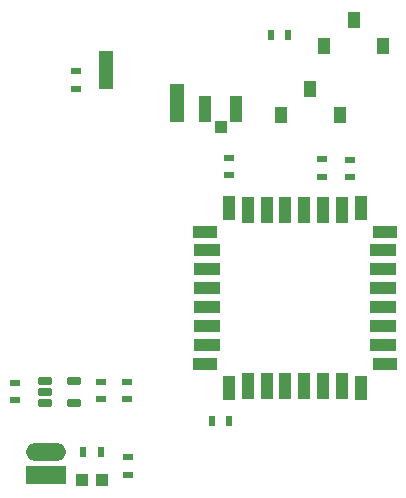
<source format=gbp>
G04*
G04 #@! TF.GenerationSoftware,Altium Limited,Altium Designer,22.7.1 (60)*
G04*
G04 Layer_Color=128*
%FSLAX44Y44*%
%MOMM*%
G71*
G04*
G04 #@! TF.SameCoordinates,C2A282E5-0786-4D7F-951A-2C12EB248FEB*
G04*
G04*
G04 #@! TF.FilePolarity,Positive*
G04*
G01*
G75*
%ADD22R,0.6000X0.9000*%
%ADD23R,0.9000X0.6000*%
%ADD29R,1.0000X1.4000*%
G04:AMPARAMS|DCode=56|XSize=0.67mm|YSize=1.17mm|CornerRadius=0.0402mm|HoleSize=0mm|Usage=FLASHONLY|Rotation=90.000|XOffset=0mm|YOffset=0mm|HoleType=Round|Shape=RoundedRectangle|*
%AMROUNDEDRECTD56*
21,1,0.6700,1.0896,0,0,90.0*
21,1,0.5896,1.1700,0,0,90.0*
1,1,0.0804,0.5448,0.2948*
1,1,0.0804,0.5448,-0.2948*
1,1,0.0804,-0.5448,-0.2948*
1,1,0.0804,-0.5448,0.2948*
%
%ADD56ROUNDEDRECTD56*%
%ADD57R,1.2700X3.3000*%
%ADD58R,1.0000X1.0500*%
%ADD59R,1.0500X2.2000*%
%ADD60R,3.4000X1.5000*%
%ADD61R,1.0000X2.0000*%
%ADD62R,2.0000X1.0000*%
%ADD63R,2.3000X1.0000*%
%ADD64R,1.0000X2.3000*%
%ADD65O,3.4000X1.5000*%
%ADD66R,1.1000X1.0000*%
D22*
X271500Y493000D02*
D03*
X127500Y140000D02*
D03*
X286500Y493000D02*
D03*
X221500Y166000D02*
D03*
X236500D02*
D03*
X112500Y140000D02*
D03*
D23*
X150000Y199500D02*
D03*
Y184500D02*
D03*
X128000Y199500D02*
D03*
Y184500D02*
D03*
X55000Y198500D02*
D03*
Y183500D02*
D03*
X107000Y462500D02*
D03*
Y447500D02*
D03*
X151000Y135500D02*
D03*
X339000Y387500D02*
D03*
X315000Y388000D02*
D03*
X236000Y389000D02*
D03*
Y374000D02*
D03*
X315000Y373000D02*
D03*
X339000Y372500D02*
D03*
X151000Y120500D02*
D03*
D29*
X317000Y484000D02*
D03*
X367000D02*
D03*
X342000Y506000D02*
D03*
X280000Y425000D02*
D03*
X330000D02*
D03*
X305000Y447000D02*
D03*
D56*
X105200Y181600D02*
D03*
X80800D02*
D03*
Y200400D02*
D03*
X105200D02*
D03*
X80800Y191000D02*
D03*
D57*
X132400Y462900D02*
D03*
X192000Y435000D02*
D03*
D58*
X229000Y414750D02*
D03*
D59*
X242250Y430000D02*
D03*
X215750D02*
D03*
D60*
X81000Y120000D02*
D03*
D61*
X236000Y346500D02*
D03*
X348000D02*
D03*
X236000Y194500D02*
D03*
X348000D02*
D03*
D62*
X216000Y326500D02*
D03*
Y214500D02*
D03*
X368000D02*
D03*
Y326500D02*
D03*
D63*
X217500Y294500D02*
D03*
Y230500D02*
D03*
X366500D02*
D03*
X217500Y310500D02*
D03*
Y278500D02*
D03*
Y262500D02*
D03*
Y246500D02*
D03*
X366500D02*
D03*
Y262500D02*
D03*
Y278500D02*
D03*
Y294500D02*
D03*
Y310500D02*
D03*
D64*
X268000Y196000D02*
D03*
X332000Y345000D02*
D03*
X316000D02*
D03*
X300000D02*
D03*
X284000D02*
D03*
X268000D02*
D03*
X252000D02*
D03*
Y196000D02*
D03*
X284000D02*
D03*
X300000D02*
D03*
X316000D02*
D03*
X332000D02*
D03*
D65*
X81000Y140000D02*
D03*
D66*
X128500Y116000D02*
D03*
X111500D02*
D03*
M02*

</source>
